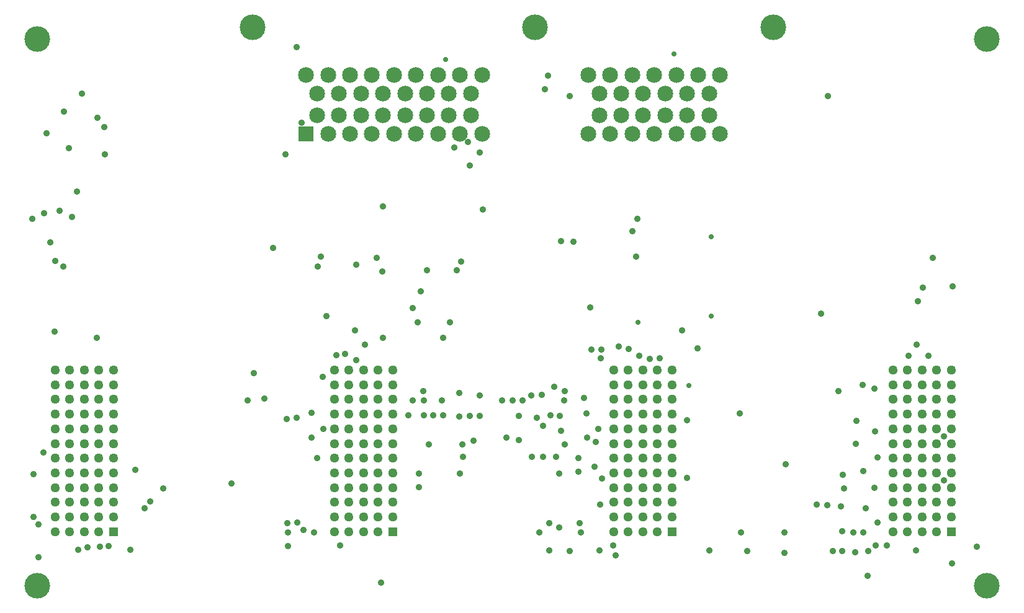
<source format=gbs>
G04*
G04 #@! TF.GenerationSoftware,Altium Limited,Altium Designer,22.10.1 (41)*
G04*
G04 Layer_Color=16711935*
%FSLAX25Y25*%
%MOIN*%
G70*
G04*
G04 #@! TF.SameCoordinates,66C44DD6-0DF7-4D2E-9D42-8CDDC65AF405*
G04*
G04*
G04 #@! TF.FilePolarity,Negative*
G04*
G01*
G75*
%ADD13C,0.05032*%
%ADD14R,0.05032X0.05032*%
%ADD15C,0.13792*%
%ADD16R,0.08477X0.08477*%
%ADD17C,0.08477*%
%ADD18C,0.13800*%
%ADD19C,0.02769*%
%ADD20C,0.03556*%
D13*
X511000Y128000D02*
D03*
Y135902D02*
D03*
X503126Y128000D02*
D03*
Y135902D02*
D03*
X495252D02*
D03*
X487378Y96402D02*
D03*
Y104299D02*
D03*
Y112201D02*
D03*
X479504D02*
D03*
Y120098D02*
D03*
Y128000D02*
D03*
Y135902D02*
D03*
Y104299D02*
D03*
Y96402D02*
D03*
Y88500D02*
D03*
Y80598D02*
D03*
Y72701D02*
D03*
Y64799D02*
D03*
Y56902D02*
D03*
Y49000D02*
D03*
X487378Y135902D02*
D03*
Y128000D02*
D03*
Y120098D02*
D03*
Y88500D02*
D03*
Y80598D02*
D03*
Y72701D02*
D03*
Y64799D02*
D03*
Y56902D02*
D03*
Y49000D02*
D03*
X495252Y128000D02*
D03*
Y120098D02*
D03*
Y112201D02*
D03*
Y104299D02*
D03*
Y96402D02*
D03*
Y88500D02*
D03*
Y80598D02*
D03*
Y72701D02*
D03*
Y64799D02*
D03*
Y56902D02*
D03*
Y49000D02*
D03*
X503126Y120098D02*
D03*
Y112201D02*
D03*
Y104299D02*
D03*
Y96402D02*
D03*
Y88500D02*
D03*
Y80598D02*
D03*
Y72701D02*
D03*
Y64799D02*
D03*
Y56902D02*
D03*
Y49000D02*
D03*
X511000Y120098D02*
D03*
Y112201D02*
D03*
Y104299D02*
D03*
Y96402D02*
D03*
Y88500D02*
D03*
Y80598D02*
D03*
Y72701D02*
D03*
Y64799D02*
D03*
Y56902D02*
D03*
X29504D02*
D03*
Y64799D02*
D03*
Y72701D02*
D03*
Y80598D02*
D03*
Y88500D02*
D03*
Y135902D02*
D03*
Y128000D02*
D03*
Y120098D02*
D03*
Y112201D02*
D03*
Y104299D02*
D03*
Y96402D02*
D03*
Y49000D02*
D03*
X37378Y56902D02*
D03*
Y64799D02*
D03*
Y72701D02*
D03*
Y80598D02*
D03*
Y88500D02*
D03*
Y135902D02*
D03*
Y128000D02*
D03*
Y120098D02*
D03*
Y112201D02*
D03*
Y104299D02*
D03*
Y96402D02*
D03*
Y49000D02*
D03*
X45252D02*
D03*
X61000Y56902D02*
D03*
Y64799D02*
D03*
Y72701D02*
D03*
Y80598D02*
D03*
Y88500D02*
D03*
Y96402D02*
D03*
Y104299D02*
D03*
Y112201D02*
D03*
Y120098D02*
D03*
Y128000D02*
D03*
Y135902D02*
D03*
X53126Y49000D02*
D03*
Y56902D02*
D03*
Y64799D02*
D03*
Y72701D02*
D03*
Y80598D02*
D03*
Y88500D02*
D03*
Y96402D02*
D03*
Y104299D02*
D03*
Y112201D02*
D03*
Y120098D02*
D03*
Y128000D02*
D03*
Y135902D02*
D03*
X45252Y56902D02*
D03*
Y64799D02*
D03*
Y72701D02*
D03*
Y80598D02*
D03*
Y88500D02*
D03*
Y96402D02*
D03*
Y104299D02*
D03*
Y112201D02*
D03*
Y120098D02*
D03*
Y128000D02*
D03*
Y135902D02*
D03*
X211000Y128000D02*
D03*
Y135902D02*
D03*
X203126Y128000D02*
D03*
Y135902D02*
D03*
X195252D02*
D03*
X187378Y96402D02*
D03*
Y104299D02*
D03*
Y112201D02*
D03*
X179504D02*
D03*
Y120098D02*
D03*
Y128000D02*
D03*
Y135902D02*
D03*
Y104299D02*
D03*
Y96402D02*
D03*
Y88500D02*
D03*
Y80598D02*
D03*
Y72701D02*
D03*
Y64799D02*
D03*
Y56902D02*
D03*
Y49000D02*
D03*
X187378Y135902D02*
D03*
Y128000D02*
D03*
Y120098D02*
D03*
Y88500D02*
D03*
Y80598D02*
D03*
Y72701D02*
D03*
Y64799D02*
D03*
Y56902D02*
D03*
Y49000D02*
D03*
X195252Y128000D02*
D03*
Y120098D02*
D03*
Y112201D02*
D03*
Y104299D02*
D03*
Y96402D02*
D03*
Y88500D02*
D03*
Y80598D02*
D03*
Y72701D02*
D03*
Y64799D02*
D03*
Y56902D02*
D03*
Y49000D02*
D03*
X203126Y120098D02*
D03*
Y112201D02*
D03*
Y104299D02*
D03*
Y96402D02*
D03*
Y88500D02*
D03*
Y80598D02*
D03*
Y72701D02*
D03*
Y64799D02*
D03*
Y56902D02*
D03*
Y49000D02*
D03*
X211000Y120098D02*
D03*
Y112201D02*
D03*
Y104299D02*
D03*
Y96402D02*
D03*
Y88500D02*
D03*
Y80598D02*
D03*
Y72701D02*
D03*
Y64799D02*
D03*
Y56902D02*
D03*
X361000D02*
D03*
Y64799D02*
D03*
Y72701D02*
D03*
Y80598D02*
D03*
Y88500D02*
D03*
Y96402D02*
D03*
Y104299D02*
D03*
Y112201D02*
D03*
Y120098D02*
D03*
X353126Y49000D02*
D03*
Y56902D02*
D03*
Y64799D02*
D03*
Y72701D02*
D03*
Y80598D02*
D03*
Y88500D02*
D03*
Y96402D02*
D03*
Y104299D02*
D03*
Y112201D02*
D03*
Y120098D02*
D03*
X345252Y49000D02*
D03*
Y56902D02*
D03*
Y64799D02*
D03*
Y72701D02*
D03*
Y80598D02*
D03*
Y88500D02*
D03*
Y96402D02*
D03*
Y104299D02*
D03*
Y112201D02*
D03*
Y120098D02*
D03*
Y128000D02*
D03*
X337378Y49000D02*
D03*
Y56902D02*
D03*
Y64799D02*
D03*
Y72701D02*
D03*
Y80598D02*
D03*
Y88500D02*
D03*
Y120098D02*
D03*
Y128000D02*
D03*
Y135902D02*
D03*
X329504Y49000D02*
D03*
Y56902D02*
D03*
Y64799D02*
D03*
Y72701D02*
D03*
Y80598D02*
D03*
Y88500D02*
D03*
Y96402D02*
D03*
Y104299D02*
D03*
Y135902D02*
D03*
Y128000D02*
D03*
Y120098D02*
D03*
Y112201D02*
D03*
X337378D02*
D03*
Y104299D02*
D03*
Y96402D02*
D03*
X345252Y135902D02*
D03*
X353126D02*
D03*
Y128000D02*
D03*
X361000Y135902D02*
D03*
Y128000D02*
D03*
D14*
X511000Y49000D02*
D03*
X61000D02*
D03*
X211000D02*
D03*
X361000D02*
D03*
D15*
X287402Y320091D02*
D03*
X135827D02*
D03*
X415354D02*
D03*
D16*
X164370Y263004D02*
D03*
D17*
X176181D02*
D03*
X187992D02*
D03*
X199803D02*
D03*
X211614D02*
D03*
X223425D02*
D03*
X235236D02*
D03*
X247047D02*
D03*
X258858D02*
D03*
X170276Y272846D02*
D03*
X182087D02*
D03*
X193898D02*
D03*
X205709D02*
D03*
X217520D02*
D03*
X229331D02*
D03*
X241142D02*
D03*
X252953D02*
D03*
X170276Y284657D02*
D03*
X182087D02*
D03*
X193898D02*
D03*
X205709D02*
D03*
X217520D02*
D03*
X229331D02*
D03*
X241142D02*
D03*
X252953D02*
D03*
X164370Y294500D02*
D03*
X176181D02*
D03*
X187992D02*
D03*
X199803D02*
D03*
X211614D02*
D03*
X223425D02*
D03*
X235236D02*
D03*
X247047D02*
D03*
X258858D02*
D03*
X315945Y263004D02*
D03*
X327756D02*
D03*
X339567D02*
D03*
X351378D02*
D03*
X363189D02*
D03*
X375000D02*
D03*
X386811D02*
D03*
X321850Y272846D02*
D03*
X333661D02*
D03*
X345472D02*
D03*
X357283D02*
D03*
X369094D02*
D03*
X380906D02*
D03*
X321850Y284657D02*
D03*
X333661D02*
D03*
X345472D02*
D03*
X357283D02*
D03*
X369094D02*
D03*
X380906D02*
D03*
X315945Y294500D02*
D03*
X327756D02*
D03*
X339567D02*
D03*
X351378D02*
D03*
X363189D02*
D03*
X375000D02*
D03*
X386811D02*
D03*
D18*
X530000Y314000D02*
D03*
X20000D02*
D03*
X530000Y20000D02*
D03*
X20000D02*
D03*
D19*
X382000Y207500D02*
D03*
Y165000D02*
D03*
X342750Y161750D02*
D03*
X370084Y127684D02*
D03*
X362000Y306000D02*
D03*
X239500Y303000D02*
D03*
D20*
X246600Y110900D02*
D03*
Y123500D02*
D03*
X252500Y111300D02*
D03*
X257800Y122400D02*
D03*
X162855Y49958D02*
D03*
X463621Y81697D02*
D03*
X243900Y255700D02*
D03*
X20832Y53000D02*
D03*
X507100Y100400D02*
D03*
Y76600D02*
D03*
X323500Y77500D02*
D03*
X491958Y38813D02*
D03*
X470400Y41700D02*
D03*
X77800Y61600D02*
D03*
X154800Y48500D02*
D03*
Y41400D02*
D03*
X459388Y38000D02*
D03*
X463800Y48500D02*
D03*
X422000Y85200D02*
D03*
X167400Y99700D02*
D03*
X301276Y103100D02*
D03*
X56400Y252000D02*
D03*
X153400D02*
D03*
X397400Y112500D02*
D03*
X205700Y153200D02*
D03*
X492500Y149500D02*
D03*
X337700Y147100D02*
D03*
X247600Y194100D02*
D03*
X495700Y180200D02*
D03*
X465900Y25400D02*
D03*
X252500Y245900D02*
D03*
X17200Y217400D02*
D03*
X447400Y38700D02*
D03*
X330700Y36100D02*
D03*
X311500Y53600D02*
D03*
X466350Y38550D02*
D03*
X458400Y48500D02*
D03*
X202500Y196300D02*
D03*
X492900Y172800D02*
D03*
X451600Y62500D02*
D03*
X511200Y32000D02*
D03*
X500900Y196200D02*
D03*
X342300Y217400D02*
D03*
X41200Y231900D02*
D03*
X257800Y253000D02*
D03*
X275300Y119600D02*
D03*
X278800Y111300D02*
D03*
Y98397D02*
D03*
X298599Y89100D02*
D03*
X37152Y255340D02*
D03*
X310700Y81300D02*
D03*
X251200Y258700D02*
D03*
X303300Y95900D02*
D03*
X310700Y88500D02*
D03*
X292700Y286800D02*
D03*
X285174Y122100D02*
D03*
X315152Y112548D02*
D03*
X259393Y222200D02*
D03*
X306000Y283200D02*
D03*
X295800Y111500D02*
D03*
X321500Y104100D02*
D03*
X291000Y122700D02*
D03*
X303400Y124600D02*
D03*
X469700Y125900D02*
D03*
X136500Y134400D02*
D03*
X142088Y120545D02*
D03*
X312060Y48715D02*
D03*
X321875Y38900D02*
D03*
X204800Y21500D02*
D03*
X381000Y38900D02*
D03*
X53700Y40900D02*
D03*
X168800Y48500D02*
D03*
X322200Y63500D02*
D03*
X300300Y51300D02*
D03*
X305900Y38700D02*
D03*
X401300Y38600D02*
D03*
X397900Y48500D02*
D03*
X438800Y63700D02*
D03*
X229331Y189600D02*
D03*
X245500D02*
D03*
X254200Y98000D02*
D03*
X248800Y89100D02*
D03*
X247000Y80100D02*
D03*
X225000D02*
D03*
Y72900D02*
D03*
X32040Y221500D02*
D03*
X205800Y224000D02*
D03*
X241800Y161700D02*
D03*
X224500D02*
D03*
X227800Y119600D02*
D03*
X232800Y111600D02*
D03*
X248500Y95900D02*
D03*
X285600Y89100D02*
D03*
X23400Y91500D02*
D03*
X25047Y263147D02*
D03*
X374700Y147700D02*
D03*
X322600Y142100D02*
D03*
X185400Y144704D02*
D03*
X487900Y143600D02*
D03*
X343200D02*
D03*
X191300Y141100D02*
D03*
X191400Y192700D02*
D03*
X366500Y157100D02*
D03*
X332200Y148600D02*
D03*
X17898Y56902D02*
D03*
X294500Y294400D02*
D03*
X295100Y53500D02*
D03*
Y38900D02*
D03*
X452500Y38500D02*
D03*
Y49300D02*
D03*
X464906Y61706D02*
D03*
X159668Y53768D02*
D03*
X69900Y39200D02*
D03*
X20800Y35400D02*
D03*
X47100Y40500D02*
D03*
X469800Y72701D02*
D03*
X453200Y72200D02*
D03*
X444200Y63200D02*
D03*
X421200Y48500D02*
D03*
Y37500D02*
D03*
X524600Y40900D02*
D03*
X444700Y283300D02*
D03*
X26900Y204600D02*
D03*
X87596Y72200D02*
D03*
X80796Y65400D02*
D03*
X301400Y205200D02*
D03*
X297800Y126900D02*
D03*
X257800Y111400D02*
D03*
X272000Y99700D02*
D03*
X291600Y89100D02*
D03*
X300400Y80300D02*
D03*
X319500Y84000D02*
D03*
X17900Y79800D02*
D03*
X459950Y108450D02*
D03*
X441000Y166200D02*
D03*
X159500Y110300D02*
D03*
X133100Y119600D02*
D03*
X146800Y201700D02*
D03*
X300800Y111300D02*
D03*
X303100Y119600D02*
D03*
X23700Y220200D02*
D03*
X55900Y266500D02*
D03*
X51900Y153400D02*
D03*
X238000D02*
D03*
X269600Y119600D02*
D03*
X291635Y106077D02*
D03*
X319900Y97200D02*
D03*
X470100Y103020D02*
D03*
X368857Y108900D02*
D03*
X44057Y284657D02*
D03*
X34300Y274900D02*
D03*
X459700Y96200D02*
D03*
X159300Y309600D02*
D03*
X205339Y188949D02*
D03*
X219400Y111600D02*
D03*
X226082Y178400D02*
D03*
X313800Y120900D02*
D03*
X317800Y146800D02*
D03*
X450400Y124600D02*
D03*
X167188Y112800D02*
D03*
X172500Y196800D02*
D03*
X341700D02*
D03*
X463200Y127900D02*
D03*
X34000Y191700D02*
D03*
X170664D02*
D03*
X323100Y146800D02*
D03*
X196100Y149600D02*
D03*
X175300Y165000D02*
D03*
X29500Y156600D02*
D03*
X348900Y142000D02*
D03*
X190780Y157248D02*
D03*
X498601Y143499D02*
D03*
X354400Y142300D02*
D03*
X288300Y110100D02*
D03*
X280600Y119600D02*
D03*
X308100Y204800D02*
D03*
X315243Y99700D02*
D03*
X221600Y119600D02*
D03*
Y169100D02*
D03*
X29700Y194500D02*
D03*
X339532Y210432D02*
D03*
X471500Y54000D02*
D03*
X476500Y41700D02*
D03*
X511600Y181000D02*
D03*
X38700Y218400D02*
D03*
X368900Y77900D02*
D03*
X227400Y124600D02*
D03*
X237900Y111600D02*
D03*
X317000Y169700D02*
D03*
X289800Y48500D02*
D03*
X471500Y89000D02*
D03*
X230200Y95900D02*
D03*
X227700Y111600D02*
D03*
X237500Y119600D02*
D03*
X452700Y79700D02*
D03*
X154400Y53500D02*
D03*
X58400Y41400D02*
D03*
X41900Y39100D02*
D03*
X52343Y271543D02*
D03*
X154100Y109500D02*
D03*
X173700Y104100D02*
D03*
X173500Y132200D02*
D03*
X180700Y143900D02*
D03*
X72800Y82300D02*
D03*
X124400Y75000D02*
D03*
X161900Y268800D02*
D03*
X170500Y88600D02*
D03*
X329500Y41704D02*
D03*
X182800Y41700D02*
D03*
M02*

</source>
